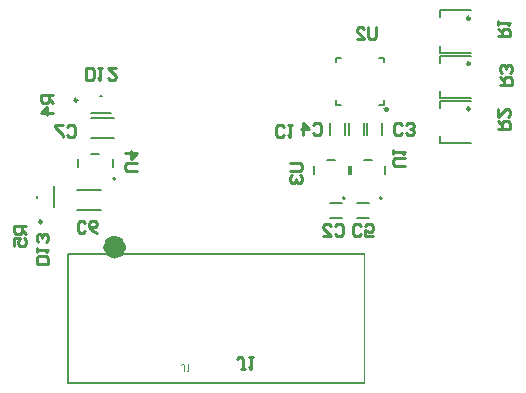
<source format=gbo>
G04*
G04 #@! TF.GenerationSoftware,Altium Limited,Altium Designer,23.1.1 (15)*
G04*
G04 Layer_Color=32896*
%FSLAX44Y44*%
%MOMM*%
G71*
G04*
G04 #@! TF.SameCoordinates,B2BF10F3-798A-46CE-9BF2-DF2D7B13E792*
G04*
G04*
G04 #@! TF.FilePolarity,Positive*
G04*
G01*
G75*
%ADD10C,1.0000*%
%ADD11C,0.2500*%
%ADD12C,0.2000*%
%ADD13C,0.2540*%
%ADD44C,0.2400*%
%ADD45C,0.1000*%
%ADD46C,0.1270*%
G36*
X783205Y569523D02*
X781898D01*
X781518Y570264D01*
X782445D01*
Y575590D01*
X783205D01*
Y569523D01*
D02*
G37*
G36*
X778377Y575726D02*
X778543Y575697D01*
X778689Y575668D01*
X778816Y575619D01*
X778914Y575580D01*
X778992Y575551D01*
X779031Y575521D01*
X779050Y575512D01*
X779177Y575414D01*
X779284Y575317D01*
X779372Y575209D01*
X779441Y575112D01*
X779489Y575034D01*
X779528Y574956D01*
X779548Y574917D01*
X779557Y574897D01*
X779587Y574819D01*
X779606Y574731D01*
X779645Y574536D01*
X779675Y574312D01*
X779694Y574097D01*
X779704Y573902D01*
X779714Y573815D01*
Y573736D01*
Y573678D01*
Y573629D01*
Y573600D01*
Y573590D01*
Y569523D01*
X778953D01*
Y573571D01*
Y573698D01*
Y573815D01*
X778943Y573922D01*
Y574019D01*
X778933Y574185D01*
X778914Y574312D01*
X778904Y574409D01*
X778885Y574478D01*
X778875Y574517D01*
Y574526D01*
X778846Y574604D01*
X778797Y574683D01*
X778758Y574751D01*
X778719Y574800D01*
X778670Y574839D01*
X778641Y574868D01*
X778621Y574887D01*
X778611Y574897D01*
X778543Y574936D01*
X778475Y574965D01*
X778338Y575004D01*
X778290Y575014D01*
X778251Y575024D01*
X778212D01*
X778085Y575014D01*
X777968Y574985D01*
X777919Y574965D01*
X777880Y574956D01*
X777860Y574946D01*
X777851D01*
X777734Y574887D01*
X777607Y574819D01*
X777470Y574741D01*
X777334Y574663D01*
X777217Y574585D01*
X777119Y574526D01*
X777080Y574497D01*
X777051Y574487D01*
X777041Y574468D01*
X777031D01*
X776661Y575043D01*
X776826Y575180D01*
X776983Y575297D01*
X777119Y575395D01*
X777236Y575473D01*
X777334Y575521D01*
X777412Y575560D01*
X777451Y575580D01*
X777470Y575590D01*
X777607Y575638D01*
X777734Y575677D01*
X777860Y575697D01*
X777968Y575717D01*
X778065Y575726D01*
X778143Y575736D01*
X778202D01*
X778377Y575726D01*
D02*
G37*
D10*
X724920Y674850D02*
G03*
X724920Y674850I-4702J0D01*
G01*
D11*
X658650Y696300D02*
G03*
X658650Y696300I-1250J0D01*
G01*
X688660Y799290D02*
G03*
X688660Y799290I-1250J0D01*
G01*
X950276Y792793D02*
G03*
X951394Y792102I0J-1250D01*
G01*
D12*
X720958Y732784D02*
G03*
X720958Y732784I-1000J0D01*
G01*
X915294Y716389D02*
G03*
X915294Y716389I-1000J0D01*
G01*
X946566D02*
G03*
X946566Y716389I-1000J0D01*
G01*
X668650Y708800D02*
Y726300D01*
X654150Y716800D02*
Y718300D01*
X699910Y788040D02*
X717410D01*
X707910Y802540D02*
X709410D01*
X699869Y784470D02*
X719991D01*
X699869Y767470D02*
X719991D01*
X688439Y706510D02*
X708561D01*
X688439Y723510D02*
X708561D01*
X902414Y699687D02*
X912414D01*
X902414Y712386D02*
X912414D01*
X915569Y769779D02*
Y779779D01*
X902869Y769779D02*
Y779779D01*
X931272Y769779D02*
Y779779D01*
X918571Y769779D02*
Y779779D01*
X946974Y769779D02*
Y779779D01*
X934274Y769779D02*
Y779779D01*
X925654Y712549D02*
X935654D01*
X925654Y699849D02*
X935654D01*
X943924Y795419D02*
X947924D01*
Y799419D01*
X907924Y795419D02*
X911924D01*
X907924D02*
Y799419D01*
X943924Y835419D02*
X947924D01*
Y831419D02*
Y835419D01*
X907924D02*
X911924D01*
X907924Y831419D02*
Y835419D01*
D13*
X645078Y692861D02*
X635082D01*
Y687862D01*
X636748Y686196D01*
X640080D01*
X641746Y687862D01*
Y692861D01*
Y689528D02*
X645078Y686196D01*
X635082Y676199D02*
Y682864D01*
X640080D01*
X638414Y679532D01*
Y677865D01*
X640080Y676199D01*
X643412D01*
X645078Y677865D01*
Y681198D01*
X643412Y682864D01*
X667938Y803351D02*
X657942D01*
Y798352D01*
X659608Y796686D01*
X662940D01*
X664606Y798352D01*
Y803351D01*
Y800018D02*
X667938Y796686D01*
Y788355D02*
X657942D01*
X662940Y793354D01*
Y786689D01*
X664128Y660604D02*
X654132D01*
Y665602D01*
X655798Y667269D01*
X662462D01*
X664128Y665602D01*
Y660604D01*
X654132Y670601D02*
Y673933D01*
Y672267D01*
X664128D01*
X662462Y670601D01*
Y678931D02*
X664128Y680598D01*
Y683930D01*
X662462Y685596D01*
X660796D01*
X659130Y683930D01*
Y682264D01*
Y683930D01*
X657464Y685596D01*
X655798D01*
X654132Y683930D01*
Y680598D01*
X655798Y678931D01*
X696164Y816692D02*
Y826688D01*
X701162D01*
X702829Y825022D01*
Y818358D01*
X701162Y816692D01*
X696164D01*
X706161Y826688D02*
X709493D01*
X707827D01*
Y816692D01*
X706161Y818358D01*
X721156Y826688D02*
X714491D01*
X721156Y820024D01*
Y818358D01*
X719490Y816692D01*
X716158D01*
X714491Y818358D01*
X830580Y571582D02*
X827248D01*
X828914D01*
Y579912D01*
X827248Y581578D01*
X825582D01*
X823915Y579912D01*
X833912Y581578D02*
X837244D01*
X835578D01*
Y571582D01*
X833912Y573248D01*
X739058Y739699D02*
X730728D01*
X729062Y741366D01*
Y744698D01*
X730728Y746364D01*
X739058D01*
X729062Y754695D02*
X739058D01*
X734060Y749696D01*
Y756361D01*
X695564Y688818D02*
X693898Y687152D01*
X690565D01*
X688899Y688818D01*
Y695482D01*
X690565Y697148D01*
X693898D01*
X695564Y695482D01*
X705561Y687152D02*
X702228Y688818D01*
X698896Y692150D01*
Y695482D01*
X700562Y697148D01*
X703895D01*
X705561Y695482D01*
Y693816D01*
X703895Y692150D01*
X698896D01*
X679846Y776762D02*
X681512Y778428D01*
X684845D01*
X686511Y776762D01*
Y770098D01*
X684845Y768432D01*
X681512D01*
X679846Y770098D01*
X676514Y778428D02*
X669849D01*
Y776762D01*
X676514Y770098D01*
Y768432D01*
X868762Y746201D02*
X877092D01*
X878758Y744535D01*
Y741202D01*
X877092Y739536D01*
X868762D01*
X870428Y736204D02*
X868762Y734538D01*
Y731205D01*
X870428Y729539D01*
X872094D01*
X873760Y731205D01*
Y732872D01*
Y731205D01*
X875426Y729539D01*
X877092D01*
X878758Y731205D01*
Y734538D01*
X877092Y736204D01*
X941781Y860978D02*
Y852648D01*
X940115Y850982D01*
X936782D01*
X935116Y852648D01*
Y860978D01*
X925119Y850982D02*
X931784D01*
X925119Y857646D01*
Y859312D01*
X926786Y860978D01*
X930118D01*
X931784Y859312D01*
X965857Y743696D02*
X957526D01*
X955860Y745362D01*
Y748694D01*
X957526Y750360D01*
X965857D01*
X955860Y753692D02*
Y757025D01*
Y755358D01*
X965857D01*
X964191Y753692D01*
X1046451Y812419D02*
X1056448D01*
Y817417D01*
X1054782Y819083D01*
X1051450D01*
X1049784Y817417D01*
Y812419D01*
Y815751D02*
X1046451Y819083D01*
X1054782Y822415D02*
X1056448Y824081D01*
Y827414D01*
X1054782Y829080D01*
X1053116D01*
X1051450Y827414D01*
Y825748D01*
Y827414D01*
X1049784Y829080D01*
X1048118D01*
X1046451Y827414D01*
Y824081D01*
X1048118Y822415D01*
X1045182Y774751D02*
X1055178D01*
Y779750D01*
X1053512Y781416D01*
X1050180D01*
X1048514Y779750D01*
Y774751D01*
Y778083D02*
X1045182Y781416D01*
Y791413D02*
Y784748D01*
X1051846Y791413D01*
X1053512D01*
X1055178Y789746D01*
Y786414D01*
X1053512Y784748D01*
X1045164Y853258D02*
X1055161D01*
Y858257D01*
X1053495Y859923D01*
X1050163D01*
X1048496Y858257D01*
Y853258D01*
Y856590D02*
X1045164Y859923D01*
Y863255D02*
Y866587D01*
Y864921D01*
X1055161D01*
X1053495Y863255D01*
X928988Y686357D02*
X927322Y684691D01*
X923989D01*
X922323Y686357D01*
Y693021D01*
X923989Y694687D01*
X927322D01*
X928988Y693021D01*
X938985Y684691D02*
X932320D01*
Y689689D01*
X935652Y688023D01*
X937318D01*
X938985Y689689D01*
Y693021D01*
X937318Y694687D01*
X933986D01*
X932320Y693021D01*
X906540Y692859D02*
X908206Y694525D01*
X911538D01*
X913205Y692859D01*
Y686194D01*
X911538Y684528D01*
X908206D01*
X906540Y686194D01*
X896543Y684528D02*
X903208D01*
X896543Y691193D01*
Y692859D01*
X898210Y694525D01*
X901542D01*
X903208Y692859D01*
X888126Y778032D02*
X889792Y779698D01*
X893124D01*
X894791Y778032D01*
Y771368D01*
X893124Y769702D01*
X889792D01*
X888126Y771368D01*
X879796Y769702D02*
Y779698D01*
X884794Y774700D01*
X878129D01*
X863600Y770098D02*
X861934Y768432D01*
X858602D01*
X856936Y770098D01*
Y776762D01*
X858602Y778428D01*
X861934D01*
X863600Y776762D01*
X866932Y778428D02*
X870265D01*
X868598D01*
Y768432D01*
X866932Y770098D01*
X963534Y771368D02*
X961868Y769702D01*
X958536D01*
X956869Y771368D01*
Y778032D01*
X958536Y779698D01*
X961868D01*
X963534Y778032D01*
X966866Y771368D02*
X968532Y769702D01*
X971864D01*
X973531Y771368D01*
Y773034D01*
X971864Y774700D01*
X970198D01*
X971864D01*
X973531Y776366D01*
Y778032D01*
X971864Y779698D01*
X968532D01*
X966866Y778032D01*
D44*
X1020997Y791965D02*
G03*
X1020997Y791965I-1200J0D01*
G01*
Y830335D02*
G03*
X1020997Y830335I-1200J0D01*
G01*
X1021041Y868607D02*
G03*
X1021041Y868607I-1200J0D01*
G01*
D45*
X680819Y560297D02*
Y669771D01*
X931771Y560297D02*
Y669771D01*
X680819Y560297D02*
X931771D01*
X680819Y669771D02*
X931771D01*
X680057Y559789D02*
Y669263D01*
X931009Y559789D02*
Y669263D01*
X680057Y559789D02*
X931009D01*
X680057Y669263D02*
X931009D01*
D46*
X689486Y742548D02*
Y749148D01*
X700636Y753848D02*
X707336D01*
X718486Y742548D02*
Y749148D01*
X995543Y762740D02*
Y768740D01*
Y762740D02*
X1022043D01*
X995543Y792740D02*
Y798740D01*
X1022043D01*
X995543Y801110D02*
Y807110D01*
Y801110D02*
X1022043D01*
X995543Y831110D02*
Y837110D01*
X1022043D01*
X995587Y839383D02*
Y845383D01*
Y839383D02*
X1022087D01*
X995587Y869383D02*
Y875383D01*
X1022087D01*
X889294Y737189D02*
Y743789D01*
X900444Y748489D02*
X907144D01*
X918294Y737189D02*
Y743789D01*
X920566Y737189D02*
Y743789D01*
X931717Y748489D02*
X938417D01*
X949566Y737189D02*
Y743789D01*
M02*

</source>
